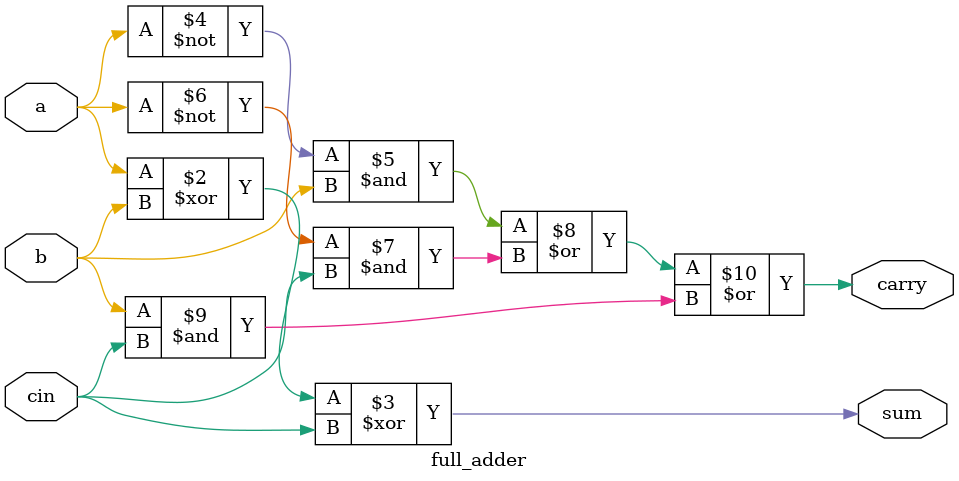
<source format=v>
`timescale 1ns / 1ps


module full_adder(
    input a,b,cin,
    output reg sum,carry
    );
   /* always @(*)
    begin
    {carry,sum} = a + b + cin;
    end */
    always @(*)
    begin
    sum = ((a ^ b) ^ cin);
    carry = ((~a) & b) | ((~a) & cin) | (b & cin );
    end
    
endmodule

</source>
